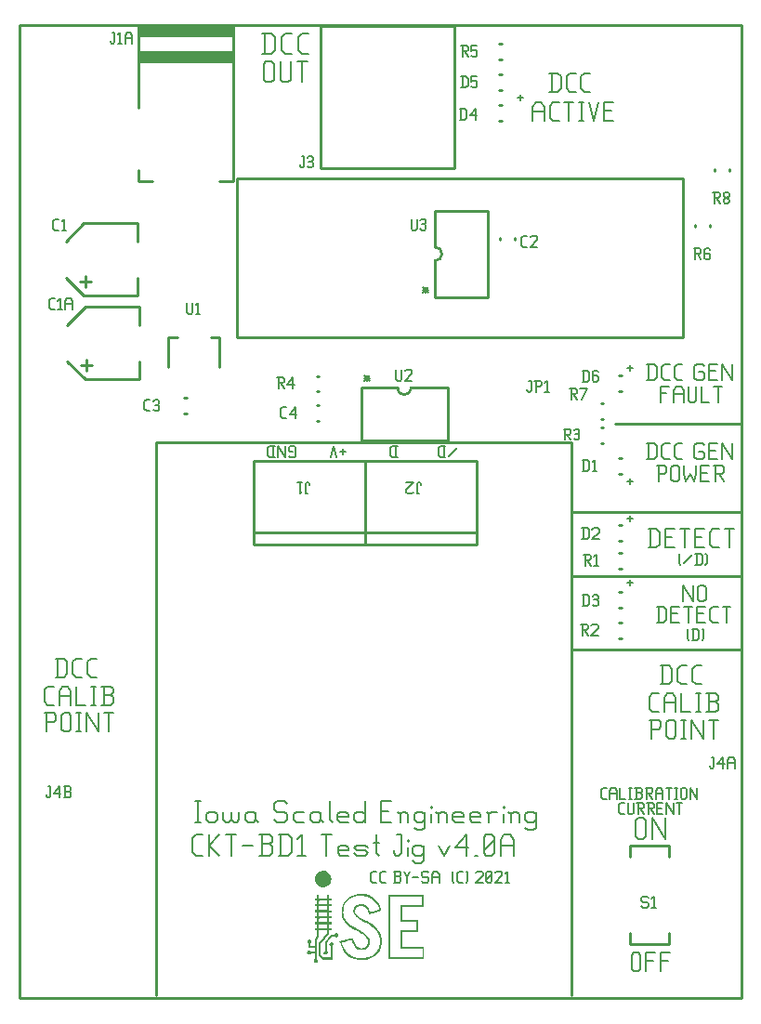
<source format=gbr>
G04 start of page 9 for group -4079 idx -4079 *
G04 Title: (unknown), topsilk *
G04 Creator: pcb 4.0.2 *
G04 CreationDate: Mon Nov 22 04:13:10 2021 UTC *
G04 For: ndholmes *
G04 Format: Gerber/RS-274X *
G04 PCB-Dimensions (mil): 2600.00 3500.00 *
G04 PCB-Coordinate-Origin: lower left *
%MOIN*%
%FSLAX25Y25*%
%LNTOPSILK*%
%ADD81C,0.0093*%
%ADD80C,0.0094*%
%ADD79C,0.0080*%
%ADD78C,0.0100*%
%ADD77C,0.0001*%
G54D77*G36*
X106543Y13209D02*X106147Y13480D01*
X106011Y13925D01*
X106065Y14240D01*
X106261Y14490D01*
X106391Y14604D01*
Y16486D01*
X105718D01*
X105241Y16481D01*
X105045Y16464D01*
X104953Y16340D01*
X104600Y16117D01*
X104172D01*
X103873Y16307D01*
X103689Y16600D01*
X103662Y16931D01*
X103770Y17224D01*
X103987Y17446D01*
X104302Y17566D01*
X104682Y17512D01*
X104991Y17273D01*
X105056Y17175D01*
X105724D01*
X106391Y17170D01*
Y18667D01*
X104058D01*
Y19400D01*
X104053Y20127D01*
X103955Y20197D01*
X103787Y20376D01*
X103678Y20593D01*
X103689Y21027D01*
X103873Y21315D01*
X104161Y21494D01*
X104497Y21526D01*
X104790Y21423D01*
X105013Y21201D01*
X105132Y20881D01*
X105078Y20506D01*
X104839Y20197D01*
X104742Y20127D01*
Y19351D01*
X106391D01*
Y21656D01*
X106857Y22248D01*
X107329Y22839D01*
Y24906D01*
X106418D01*
Y25693D01*
X110802D01*
Y27066D01*
X107986D01*
Y25693D01*
X107329D01*
Y27066D01*
X106418D01*
Y27825D01*
X107319D01*
Y29192D01*
X108002Y29219D01*
X107997Y28557D01*
X107991Y28086D01*
X108002Y27868D01*
X108067Y27858D01*
X108290Y27847D01*
X108724Y27841D01*
X109407Y27836D01*
X110802D01*
Y29219D01*
X108002D01*
X107319Y29192D01*
X106418D01*
Y29952D01*
X107329D01*
X107986Y29979D01*
X110802D01*
Y31352D01*
X107986D01*
Y29979D01*
X107329Y29952D01*
Y31324D01*
X106418D01*
Y32084D01*
X107319D01*
X107329Y33462D01*
X107986Y33505D01*
Y32827D01*
X107991Y32344D01*
X108008Y32127D01*
X108420Y32117D01*
X109407Y32111D01*
X110791D01*
X110796Y32800D01*
Y32816D01*
X110807Y33505D01*
X107986D01*
X107329Y33462D01*
X106418D01*
Y34222D01*
X107319D01*
Y35594D01*
X108002Y35648D01*
X107997Y34992D01*
X107991Y34515D01*
X108002Y34297D01*
X108067Y34287D01*
X108290Y34276D01*
X108724Y34270D01*
X109407Y34265D01*
X110807D01*
X110796Y34959D01*
X110791Y35648D01*
X108002D01*
X107319Y35594D01*
X106418D01*
Y36354D01*
X107329D01*
Y37596D01*
X107986D01*
Y36354D01*
X110802D01*
Y37596D01*
X111491D01*
Y36354D01*
X112402D01*
Y35594D01*
X111491D01*
Y34194D01*
X112402D01*
Y33435D01*
X111491D01*
Y32041D01*
X112402D01*
Y31281D01*
X111491D01*
Y29908D01*
X112402D01*
Y29149D01*
X111491D01*
Y27755D01*
X112402D01*
Y26995D01*
X111491D01*
Y25622D01*
X112402D01*
Y24836D01*
X111491D01*
X111485Y24250D01*
Y23658D01*
X110069Y21868D01*
X108648Y20083D01*
Y16074D01*
X109624Y15097D01*
X112044D01*
Y17219D01*
X112039Y18043D01*
Y18716D01*
X112033Y19172D01*
X112028Y19334D01*
X111903Y19427D01*
X111659Y19893D01*
X111794Y20409D01*
X112370Y20718D01*
X112972Y20447D01*
X113129Y19882D01*
X112831Y19372D01*
X112733Y19302D01*
Y14414D01*
X109342D01*
X107986Y15770D01*
Y20344D01*
X109396Y22123D01*
X110802Y23903D01*
Y24841D01*
X107986D01*
Y22503D01*
X107074Y21353D01*
Y14522D01*
X107140Y14490D01*
X107319Y14321D01*
X107449Y14088D01*
X107416Y13573D01*
X107069Y13193D01*
X106803Y13133D01*
X106543Y13144D01*
Y13209D01*
G37*
G36*
X122385Y14229D02*X120567Y14571D01*
X118983Y15293D01*
X117876Y16171D01*
X116932Y17278D01*
X116070Y18841D01*
X115424Y20696D01*
X115326Y21065D01*
X117746Y21581D01*
X118679Y21781D01*
X119455Y21944D01*
X119981Y22047D01*
X120182Y22080D01*
X120236Y21868D01*
X120285Y21618D01*
X120367Y21282D01*
X120730Y20257D01*
X121245Y19432D01*
X121891Y18824D01*
X122662Y18461D01*
X122900Y18418D01*
X123296Y18401D01*
X123687Y18418D01*
X123942Y18461D01*
X124962Y19047D01*
X125521Y20083D01*
X125575Y20712D01*
X125521Y21309D01*
X126123Y21483D01*
X126161Y20067D01*
X125803Y19117D01*
X125173Y18385D01*
X124316Y17924D01*
X123280Y17756D01*
X121951Y18059D01*
X120882Y18884D01*
X120090Y20127D01*
X119889Y20653D01*
X119743Y21157D01*
X119694Y21326D01*
X119645Y21342D01*
X119493Y21315D01*
X119135Y21239D01*
X118609Y21125D01*
X117979Y20989D01*
X116829Y20745D01*
X116292Y20626D01*
X116129Y20577D01*
Y20544D01*
X116178Y20360D01*
X116303Y19991D01*
X116449Y19584D01*
X116574Y19258D01*
X117572Y17479D01*
X118858Y16150D01*
X120432Y15282D01*
X122303Y14864D01*
X122699Y14853D01*
X123247D01*
X123795Y14869D01*
X124218Y14902D01*
X125548Y15157D01*
X126709Y15591D01*
X127609Y16123D01*
X128363Y16779D01*
X128966Y17560D01*
X129432Y18466D01*
X129660Y19161D01*
X129817Y19947D01*
X129866Y20902D01*
X129817Y21836D01*
X129590Y22823D01*
X129232Y23713D01*
X128711Y24532D01*
X128027Y25313D01*
X127327Y25959D01*
X126519Y26556D01*
X125445Y27217D01*
X123953Y28047D01*
X122808Y28682D01*
X122016Y29160D01*
X121463Y29561D01*
X121034Y29963D01*
X120486Y30749D01*
X120318Y31617D01*
X120464Y32659D01*
X120898Y33473D01*
X121603Y34037D01*
X122558Y34319D01*
X123139Y34336D01*
X123714Y34270D01*
X124484Y33977D01*
X125152Y33451D01*
X125727Y32686D01*
X126221Y31666D01*
X126307Y31466D01*
X126367Y31422D01*
X126530Y31471D01*
X126909Y31574D01*
X127419Y31726D01*
X128005Y31894D01*
X128581Y32062D01*
X129080Y32214D01*
X129438Y32317D01*
X129579Y32361D01*
X129552Y32485D01*
X129465Y32762D01*
X129340Y33104D01*
X129221Y33419D01*
X128543Y34634D01*
X127653Y35638D01*
X126579Y36413D01*
X125325Y36940D01*
X123568Y37243D01*
X121647Y37157D01*
X119900Y36696D01*
X118500Y35860D01*
X117800Y35133D01*
X117258Y34249D01*
X116889Y33223D01*
X116688Y32073D01*
X116661Y31297D01*
X116699Y30587D01*
X116938Y29605D01*
X117377Y28699D01*
X118017Y27858D01*
X118880Y27066D01*
X119422Y26659D01*
X120052Y26246D01*
X120855Y25769D01*
X121940Y25161D01*
X122667Y24760D01*
X123209Y24451D01*
X123633Y24196D01*
X124007Y23957D01*
X125439Y22747D01*
X126123Y21483D01*
X125521Y21309D01*
X124924Y22378D01*
X123665Y23425D01*
X123302Y23658D01*
X122895Y23903D01*
X122379Y24196D01*
X121685Y24575D01*
X120307Y25351D01*
X119292Y25980D01*
X118517Y26545D01*
X117860Y27125D01*
X117111Y27966D01*
X116574Y28850D01*
X116156Y30033D01*
X116026Y31346D01*
X116118Y32632D01*
X116411Y33831D01*
X117171Y35355D01*
X118332Y36538D01*
X119862Y37363D01*
X121734Y37802D01*
X123193Y37884D01*
X124577Y37759D01*
X125852Y37433D01*
X126991Y36907D01*
X128130Y36061D01*
X129069Y34976D01*
X129796Y33674D01*
X130289Y32171D01*
X130349Y31916D01*
X128147Y31276D01*
X127284Y31032D01*
X126579Y30831D01*
X126101Y30701D01*
X125922Y30657D01*
X125846Y30858D01*
X125618Y31460D01*
X125358Y32035D01*
X124598Y33104D01*
X123649Y33636D01*
X123014Y33701D01*
X122363Y33652D01*
X121506Y33180D01*
X121169Y32719D01*
X120985Y32122D01*
X120947Y31639D01*
X120985Y31227D01*
X121332Y30576D01*
X122059Y29908D01*
X122412Y29664D01*
X122851Y29388D01*
X123426Y29062D01*
X124197Y28639D01*
X125065Y28167D01*
X125748Y27782D01*
X126307Y27451D01*
X126785Y27142D01*
X128011Y26214D01*
X128977Y25226D01*
X129704Y24174D01*
X130192Y23034D01*
X130468Y21662D01*
X130474Y20230D01*
X130219Y18830D01*
X129709Y17566D01*
X128912Y16448D01*
X127870Y15537D01*
X126600Y14859D01*
X125135Y14414D01*
X123757Y14240D01*
X122385Y14235D01*
Y14229D01*
G37*
G36*
X132970Y26035D02*X133610Y26040D01*
X133604Y15141D01*
X145030D01*
Y18298D01*
X137256D01*
Y24819D01*
X142941D01*
Y27988D01*
X137256D01*
Y33771D01*
X144716D01*
Y36940D01*
X133621D01*
X133610Y26040D01*
X132970Y26035D01*
Y37564D01*
X145350D01*
Y33153D01*
X137890D01*
Y28633D01*
X143571D01*
Y24223D01*
X137907D01*
X137896Y21591D01*
X137890Y18960D01*
X145654D01*
Y14522D01*
X132970D01*
Y26035D01*
G37*
G36*
X110107Y16123D02*X109825Y16312D01*
X109646Y16600D01*
X109641Y17034D01*
X109868Y17387D01*
X109999Y17479D01*
X110010Y17940D01*
X110015Y19052D01*
Y20626D01*
X111111Y22004D01*
X112201Y23387D01*
X113531D01*
X113617Y23507D01*
X113845Y23702D01*
X113997Y23767D01*
X114203Y23778D01*
X114404Y23772D01*
X114556Y23702D01*
X114778Y23512D01*
X114914Y23268D01*
X114930Y22986D01*
X114865Y22714D01*
X114589Y22427D01*
X114203Y22313D01*
X113645Y22562D01*
X113520Y22698D01*
X112532D01*
X111615Y21543D01*
X110704Y20387D01*
Y17490D01*
X110807Y17419D01*
X111067Y17023D01*
X111035Y16524D01*
X110650Y16150D01*
X110107Y16117D01*
Y16123D01*
G37*
G36*
X108941Y40282D02*X108056Y40569D01*
X107291Y41128D01*
X106743Y41860D01*
X106456Y42723D01*
X106418Y43363D01*
X106499Y43982D01*
X106809Y44747D01*
X107329Y45398D01*
X108176Y45973D01*
X109147Y46216D01*
X110156Y46129D01*
X111100Y45702D01*
X111653Y45197D01*
X112077Y44579D01*
X112310Y43895D01*
X112380Y43168D01*
X112272Y42441D01*
X112006Y41768D01*
X111599Y41220D01*
X111084Y40775D01*
X110482Y40455D01*
X109831Y40282D01*
X109380Y40260D01*
X108941Y40282D01*
G37*
G54D78*X198500Y152000D02*X259500D01*
X198500Y125500D02*X259500D01*
Y500D02*Y348000D01*
X198500Y200000D02*Y21000D01*
X500Y349500D02*X259500D01*
Y346000D01*
X198500Y175000D02*X259500D01*
X214000Y206500D02*X259500D01*
X49500Y200000D02*X198500D01*
X500Y349500D02*Y500D01*
X259500D01*
X198500Y22500D02*Y1500D01*
X49500Y23000D02*Y1500D01*
Y200000D02*Y21000D01*
G54D79*X229720Y141060D02*Y135300D01*
X231592Y141060D02*X232600Y140052D01*
Y136308D01*
X231592Y135300D02*X232600Y136308D01*
X229000Y135300D02*X231592D01*
X229000Y141060D02*X231592D01*
X234328Y138468D02*X236488D01*
X234328Y135300D02*X237208D01*
X234328Y141060D02*Y135300D01*
Y141060D02*X237208D01*
X238936D02*X241816D01*
X240376D02*Y135300D01*
X243544Y138468D02*X245704D01*
X243544Y135300D02*X246424D01*
X243544Y141060D02*Y135300D01*
Y141060D02*X246424D01*
X249160Y135300D02*X251032D01*
X248152Y136308D02*X249160Y135300D01*
X248152Y140052D02*Y136308D01*
Y140052D02*X249160Y141060D01*
X251032D01*
X252760D02*X255640D01*
X254200D02*Y135300D01*
X14330Y122340D02*Y115700D01*
X16488Y122340D02*X17650Y121178D01*
Y116862D01*
X16488Y115700D02*X17650Y116862D01*
X13500Y115700D02*X16488D01*
X13500Y122340D02*X16488D01*
X20804Y115700D02*X22962D01*
X19642Y116862D02*X20804Y115700D01*
X19642Y121178D02*Y116862D01*
Y121178D02*X20804Y122340D01*
X22962D01*
X26116Y115700D02*X28274D01*
X24954Y116862D02*X26116Y115700D01*
X24954Y121178D02*Y116862D01*
Y121178D02*X26116Y122340D01*
X28274D01*
X10662Y105700D02*X12820D01*
X9500Y106862D02*X10662Y105700D01*
X9500Y111178D02*Y106862D01*
Y111178D02*X10662Y112340D01*
X12820D01*
X14812Y110680D02*Y105700D01*
Y110680D02*X15974Y112340D01*
X17800D01*
X18962Y110680D01*
Y105700D01*
X14812Y109020D02*X18962D01*
X20954Y112340D02*Y105700D01*
X24274D01*
X26266Y112340D02*X27926D01*
X27096D02*Y105700D01*
X26266D02*X27926D01*
X29918D02*X33238D01*
X34068Y106530D01*
Y108522D02*Y106530D01*
X33238Y109352D02*X34068Y108522D01*
X30748Y109352D02*X33238D01*
X30748Y112340D02*Y105700D01*
X29918Y112340D02*X33238D01*
X34068Y111510D01*
Y110182D01*
X33238Y109352D02*X34068Y110182D01*
X10330Y102840D02*Y96200D01*
X9500Y102840D02*X12820D01*
X13650Y102010D01*
Y100350D01*
X12820Y99520D02*X13650Y100350D01*
X10330Y99520D02*X12820D01*
X15642Y102010D02*Y97030D01*
Y102010D02*X16472Y102840D01*
X18132D01*
X18962Y102010D01*
Y97030D01*
X18132Y96200D02*X18962Y97030D01*
X16472Y96200D02*X18132D01*
X15642Y97030D02*X16472Y96200D01*
X20954Y102840D02*X22614D01*
X21784D02*Y96200D01*
X20954D02*X22614D01*
X24606Y102840D02*Y96200D01*
Y102840D02*X28756Y96200D01*
Y102840D02*Y96200D01*
X30748Y102840D02*X34068D01*
X32408D02*Y96200D01*
X240000Y129500D02*X240500Y129000D01*
X240000Y132500D02*X240500Y133000D01*
X240000Y132500D02*Y129500D01*
X242200Y133000D02*Y129000D01*
X243500Y133000D02*X244200Y132300D01*
Y129700D01*
X243500Y129000D02*X244200Y129700D01*
X241700Y129000D02*X243500D01*
X241700Y133000D02*X243500D01*
X245400D02*X245900Y132500D01*
Y129500D01*
X245400Y129000D02*X245900Y129500D01*
X231330Y119840D02*Y113200D01*
X233488Y119840D02*X234650Y118678D01*
Y114362D01*
X233488Y113200D02*X234650Y114362D01*
X230500Y113200D02*X233488D01*
X230500Y119840D02*X233488D01*
X237804Y113200D02*X239962D01*
X236642Y114362D02*X237804Y113200D01*
X236642Y118678D02*Y114362D01*
Y118678D02*X237804Y119840D01*
X239962D01*
X243116Y113200D02*X245274D01*
X241954Y114362D02*X243116Y113200D01*
X241954Y118678D02*Y114362D01*
Y118678D02*X243116Y119840D01*
X245274D01*
X227662Y103200D02*X229820D01*
X226500Y104362D02*X227662Y103200D01*
X226500Y108678D02*Y104362D01*
Y108678D02*X227662Y109840D01*
X229820D01*
X231812Y108180D02*Y103200D01*
Y108180D02*X232974Y109840D01*
X234800D01*
X235962Y108180D01*
Y103200D01*
X231812Y106520D02*X235962D01*
X237954Y109840D02*Y103200D01*
X241274D01*
X243266Y109840D02*X244926D01*
X244096D02*Y103200D01*
X243266D02*X244926D01*
X246918D02*X250238D01*
X251068Y104030D01*
Y106022D02*Y104030D01*
X250238Y106852D02*X251068Y106022D01*
X247748Y106852D02*X250238D01*
X247748Y109840D02*Y103200D01*
X246918Y109840D02*X250238D01*
X251068Y109010D01*
Y107682D01*
X250238Y106852D02*X251068Y107682D01*
X227330Y100340D02*Y93700D01*
X226500Y100340D02*X229820D01*
X230650Y99510D01*
Y97850D01*
X229820Y97020D02*X230650Y97850D01*
X227330Y97020D02*X229820D01*
X232642Y99510D02*Y94530D01*
Y99510D02*X233472Y100340D01*
X235132D01*
X235962Y99510D01*
Y94530D01*
X235132Y93700D02*X235962Y94530D01*
X233472Y93700D02*X235132D01*
X232642Y94530D02*X233472Y93700D01*
X237954Y100340D02*X239614D01*
X238784D02*Y93700D01*
X237954D02*X239614D01*
X241606Y100340D02*Y93700D01*
Y100340D02*X245756Y93700D01*
Y100340D02*Y93700D01*
X247748Y100340D02*X251068D01*
X249408D02*Y93700D01*
X221500Y64180D02*Y58540D01*
Y64180D02*X222440Y65120D01*
X224320D01*
X225260Y64180D01*
Y58540D01*
X224320Y57600D02*X225260Y58540D01*
X222440Y57600D02*X224320D01*
X221500Y58540D02*X222440Y57600D01*
X227516Y65120D02*Y57600D01*
Y65120D02*X232216Y57600D01*
Y65120D02*Y57600D01*
X63500Y71120D02*X65380D01*
X64440D02*Y63600D01*
X63500D02*X65380D01*
X67636Y66420D02*Y64540D01*
Y66420D02*X68576Y67360D01*
X70456D01*
X71396Y66420D01*
Y64540D01*
X70456Y63600D02*X71396Y64540D01*
X68576Y63600D02*X70456D01*
X67636Y64540D02*X68576Y63600D01*
X73652Y67360D02*Y64540D01*
X74592Y63600D01*
X75532D01*
X76472Y64540D01*
Y67360D02*Y64540D01*
X77412Y63600D01*
X78352D01*
X79292Y64540D01*
Y67360D02*Y64540D01*
X84368Y67360D02*X85308Y66420D01*
X82488Y67360D02*X84368D01*
X81548Y66420D02*X82488Y67360D01*
X81548Y66420D02*Y64540D01*
X82488Y63600D01*
X85308Y67360D02*Y64540D01*
X86248Y63600D01*
X82488D02*X84368D01*
X85308Y64540D01*
X95648Y71120D02*X96588Y70180D01*
X92828Y71120D02*X95648D01*
X91888Y70180D02*X92828Y71120D01*
X91888Y70180D02*Y68300D01*
X92828Y67360D01*
X95648D01*
X96588Y66420D01*
Y64540D01*
X95648Y63600D02*X96588Y64540D01*
X92828Y63600D02*X95648D01*
X91888Y64540D02*X92828Y63600D01*
X99784Y67360D02*X102604D01*
X98844Y66420D02*X99784Y67360D01*
X98844Y66420D02*Y64540D01*
X99784Y63600D01*
X102604D01*
X107680Y67360D02*X108620Y66420D01*
X105800Y67360D02*X107680D01*
X104860Y66420D02*X105800Y67360D01*
X104860Y66420D02*Y64540D01*
X105800Y63600D01*
X108620Y67360D02*Y64540D01*
X109560Y63600D01*
X105800D02*X107680D01*
X108620Y64540D01*
X111816Y71120D02*Y64540D01*
X112756Y63600D01*
X115576D02*X118396D01*
X114636Y64540D02*X115576Y63600D01*
X114636Y66420D02*Y64540D01*
Y66420D02*X115576Y67360D01*
X117456D01*
X118396Y66420D01*
X114636Y65480D02*X118396D01*
Y66420D02*Y65480D01*
X124412Y71120D02*Y63600D01*
X123472D02*X124412Y64540D01*
X121592Y63600D02*X123472D01*
X120652Y64540D02*X121592Y63600D01*
X120652Y66420D02*Y64540D01*
Y66420D02*X121592Y67360D01*
X123472D01*
X124412Y66420D01*
X130052Y67736D02*X132872D01*
X130052Y63600D02*X133812D01*
X130052Y71120D02*Y63600D01*
Y71120D02*X133812D01*
X137008Y66420D02*Y63600D01*
Y66420D02*X137948Y67360D01*
X138888D01*
X139828Y66420D01*
Y63600D01*
X136068Y67360D02*X137008Y66420D01*
X144904Y67360D02*X145844Y66420D01*
X143024Y67360D02*X144904D01*
X142084Y66420D02*X143024Y67360D01*
X142084Y66420D02*Y64540D01*
X143024Y63600D01*
X144904D01*
X145844Y64540D01*
X142084Y61720D02*X143024Y60780D01*
X144904D01*
X145844Y61720D01*
Y67360D02*Y61720D01*
G54D80*X148100Y69240D02*Y69052D01*
G54D79*Y66420D02*Y63600D01*
X150920Y66420D02*Y63600D01*
Y66420D02*X151860Y67360D01*
X152800D01*
X153740Y66420D01*
Y63600D01*
X149980Y67360D02*X150920Y66420D01*
X156936Y63600D02*X159756D01*
X155996Y64540D02*X156936Y63600D01*
X155996Y66420D02*Y64540D01*
Y66420D02*X156936Y67360D01*
X158816D01*
X159756Y66420D01*
X155996Y65480D02*X159756D01*
Y66420D02*Y65480D01*
X162952Y63600D02*X165772D01*
X162012Y64540D02*X162952Y63600D01*
X162012Y66420D02*Y64540D01*
Y66420D02*X162952Y67360D01*
X164832D01*
X165772Y66420D01*
X162012Y65480D02*X165772D01*
Y66420D02*Y65480D01*
X168968Y66420D02*Y63600D01*
Y66420D02*X169908Y67360D01*
X171788D01*
X168028D02*X168968Y66420D01*
G54D80*X174044Y69240D02*Y69052D01*
G54D79*Y66420D02*Y63600D01*
X176864Y66420D02*Y63600D01*
Y66420D02*X177804Y67360D01*
X178744D01*
X179684Y66420D01*
Y63600D01*
X175924Y67360D02*X176864Y66420D01*
X184760Y67360D02*X185700Y66420D01*
X182880Y67360D02*X184760D01*
X181940Y66420D02*X182880Y67360D01*
X181940Y66420D02*Y64540D01*
X182880Y63600D01*
X184760D01*
X185700Y64540D01*
X181940Y61720D02*X182880Y60780D01*
X184760D01*
X185700Y61720D01*
Y67360D02*Y61720D01*
X127200Y42000D02*X128500D01*
X126500Y42700D02*X127200Y42000D01*
X126500Y45300D02*Y42700D01*
Y45300D02*X127200Y46000D01*
X128500D01*
X130400Y42000D02*X131700D01*
X129700Y42700D02*X130400Y42000D01*
X129700Y45300D02*Y42700D01*
Y45300D02*X130400Y46000D01*
X131700D01*
X134700Y42000D02*X136700D01*
X137200Y42500D01*
Y43700D02*Y42500D01*
X136700Y44200D02*X137200Y43700D01*
X135200Y44200D02*X136700D01*
X135200Y46000D02*Y42000D01*
X134700Y46000D02*X136700D01*
X137200Y45500D01*
Y44700D01*
X136700Y44200D02*X137200Y44700D01*
X138400Y46000D02*X139400Y44000D01*
X140400Y46000D01*
X139400Y44000D02*Y42000D01*
X141600Y44000D02*X143600D01*
X146800Y46000D02*X147300Y45500D01*
X145300Y46000D02*X146800D01*
X144800Y45500D02*X145300Y46000D01*
X144800Y45500D02*Y44500D01*
X145300Y44000D01*
X146800D01*
X147300Y43500D01*
Y42500D01*
X146800Y42000D02*X147300Y42500D01*
X145300Y42000D02*X146800D01*
X144800Y42500D02*X145300Y42000D01*
X148500Y45000D02*Y42000D01*
Y45000D02*X149200Y46000D01*
X150300D01*
X151000Y45000D01*
Y42000D01*
X148500Y44000D02*X151000D01*
X155800Y42500D02*X156300Y42000D01*
X155800Y45500D02*X156300Y46000D01*
X155800Y45500D02*Y42500D01*
X158200Y42000D02*X159500D01*
X157500Y42700D02*X158200Y42000D01*
X157500Y45300D02*Y42700D01*
Y45300D02*X158200Y46000D01*
X159500D01*
X160700D02*X161200Y45500D01*
Y42500D01*
X160700Y42000D02*X161200Y42500D01*
X164200Y45500D02*X164700Y46000D01*
X166200D01*
X166700Y45500D01*
Y44500D01*
X164200Y42000D02*X166700Y44500D01*
X164200Y42000D02*X166700D01*
X167900Y42500D02*X168400Y42000D01*
X167900Y45500D02*Y42500D01*
Y45500D02*X168400Y46000D01*
X169400D01*
X169900Y45500D01*
Y42500D01*
X169400Y42000D02*X169900Y42500D01*
X168400Y42000D02*X169400D01*
X167900Y43000D02*X169900Y45000D01*
X171100Y45500D02*X171600Y46000D01*
X173100D01*
X173600Y45500D01*
Y44500D01*
X171100Y42000D02*X173600Y44500D01*
X171100Y42000D02*X173600D01*
X174800Y45200D02*X175600Y46000D01*
Y42000D01*
X174800D02*X176300D01*
X63809Y51650D02*X66240D01*
X62500Y52959D02*X63809Y51650D01*
X62500Y57821D02*Y52959D01*
Y57821D02*X63809Y59130D01*
X66240D01*
X68484D02*Y51650D01*
Y55390D02*X72224Y59130D01*
X68484Y55390D02*X72224Y51650D01*
X74468Y59130D02*X78208D01*
X76338D02*Y51650D01*
X80452Y55390D02*X84192D01*
X86436Y51650D02*X90176D01*
X91111Y52585D01*
Y54829D02*Y52585D01*
X90176Y55764D02*X91111Y54829D01*
X87371Y55764D02*X90176D01*
X87371Y59130D02*Y51650D01*
X86436Y59130D02*X90176D01*
X91111Y58195D01*
Y56699D01*
X90176Y55764D02*X91111Y56699D01*
X94290Y59130D02*Y51650D01*
X96721Y59130D02*X98030Y57821D01*
Y52959D01*
X96721Y51650D02*X98030Y52959D01*
X93355Y51650D02*X96721D01*
X93355Y59130D02*X96721D01*
X100274Y57634D02*X101770Y59130D01*
Y51650D01*
X100274D02*X103079D01*
X108689Y59130D02*X112429D01*
X110559D02*Y51650D01*
X115608D02*X118413D01*
X114673Y52585D02*X115608Y51650D01*
X114673Y54455D02*Y52585D01*
Y54455D02*X115608Y55390D01*
X117478D01*
X118413Y54455D01*
X114673Y53520D02*X118413D01*
Y54455D02*Y53520D01*
X121592Y51650D02*X124397D01*
X125332Y52585D01*
X124397Y53520D02*X125332Y52585D01*
X121592Y53520D02*X124397D01*
X120657Y54455D02*X121592Y53520D01*
X120657Y54455D02*X121592Y55390D01*
X124397D01*
X125332Y54455D01*
X120657Y52585D02*X121592Y51650D01*
X128511Y59130D02*Y52585D01*
X129446Y51650D01*
X127576Y56325D02*X129446D01*
X135991Y59130D02*X137487D01*
Y52585D01*
X136552Y51650D02*X137487Y52585D01*
X135617Y51650D02*X136552D01*
X134682Y52585D02*X135617Y51650D01*
X134682Y53520D02*Y52585D01*
G54D81*X139731Y57260D02*Y57073D01*
G54D79*Y54455D02*Y51650D01*
X144406Y55390D02*X145341Y54455D01*
X142536Y55390D02*X144406D01*
X141601Y54455D02*X142536Y55390D01*
X141601Y54455D02*Y52585D01*
X142536Y51650D01*
X144406D01*
X145341Y52585D01*
X141601Y49780D02*X142536Y48845D01*
X144406D01*
X145341Y49780D01*
Y55390D02*Y49780D01*
X150951Y55390D02*X152821Y51650D01*
X154691Y55390D02*X152821Y51650D01*
X156935Y54455D02*X160675Y59130D01*
X156935Y54455D02*X161610D01*
X160675Y59130D02*Y51650D01*
X163854D02*X164789D01*
X167033Y52585D02*X167968Y51650D01*
X167033Y58195D02*Y52585D01*
Y58195D02*X167968Y59130D01*
X169838D01*
X170773Y58195D01*
Y52585D01*
X169838Y51650D02*X170773Y52585D01*
X167968Y51650D02*X169838D01*
X167033Y53520D02*X170773Y57260D01*
X173017D02*Y51650D01*
Y57260D02*X174326Y59130D01*
X176383D01*
X177692Y57260D01*
Y51650D01*
X173017Y55390D02*X177692D01*
X220000Y16010D02*Y11030D01*
Y16010D02*X220830Y16840D01*
X222490D01*
X223320Y16010D01*
Y11030D01*
X222490Y10200D02*X223320Y11030D01*
X220830Y10200D02*X222490D01*
X220000Y11030D02*X220830Y10200D01*
X225312Y16840D02*Y10200D01*
Y16840D02*X228632D01*
X225312Y13852D02*X227802D01*
X230624Y16840D02*Y10200D01*
Y16840D02*X233944D01*
X230624Y13852D02*X233114D01*
X209700Y72000D02*X211000D01*
X209000Y72700D02*X209700Y72000D01*
X209000Y75300D02*Y72700D01*
Y75300D02*X209700Y76000D01*
X211000D01*
X212200Y75000D02*Y72000D01*
Y75000D02*X212900Y76000D01*
X214000D01*
X214700Y75000D01*
Y72000D01*
X212200Y74000D02*X214700D01*
X215900Y76000D02*Y72000D01*
X217900D01*
X219100Y76000D02*X220100D01*
X219600D02*Y72000D01*
X219100D02*X220100D01*
X221300D02*X223300D01*
X223800Y72500D01*
Y73700D02*Y72500D01*
X223300Y74200D02*X223800Y73700D01*
X221800Y74200D02*X223300D01*
X221800Y76000D02*Y72000D01*
X221300Y76000D02*X223300D01*
X223800Y75500D01*
Y74700D01*
X223300Y74200D02*X223800Y74700D01*
X225000Y76000D02*X227000D01*
X227500Y75500D01*
Y74500D01*
X227000Y74000D02*X227500Y74500D01*
X225500Y74000D02*X227000D01*
X225500Y76000D02*Y72000D01*
X226300Y74000D02*X227500Y72000D01*
X228700Y75000D02*Y72000D01*
Y75000D02*X229400Y76000D01*
X230500D01*
X231200Y75000D01*
Y72000D01*
X228700Y74000D02*X231200D01*
X232400Y76000D02*X234400D01*
X233400D02*Y72000D01*
X235600Y76000D02*X236600D01*
X236100D02*Y72000D01*
X235600D02*X236600D01*
X237800Y75500D02*Y72500D01*
Y75500D02*X238300Y76000D01*
X239300D01*
X239800Y75500D01*
Y72500D01*
X239300Y72000D02*X239800Y72500D01*
X238300Y72000D02*X239300D01*
X237800Y72500D02*X238300Y72000D01*
X241000Y76000D02*Y72000D01*
Y76000D02*X243500Y72000D01*
Y76000D02*Y72000D01*
X216200Y66500D02*X217500D01*
X215500Y67200D02*X216200Y66500D01*
X215500Y69800D02*Y67200D01*
Y69800D02*X216200Y70500D01*
X217500D01*
X218700D02*Y67000D01*
X219200Y66500D01*
X220200D01*
X220700Y67000D01*
Y70500D02*Y67000D01*
X221900Y70500D02*X223900D01*
X224400Y70000D01*
Y69000D01*
X223900Y68500D02*X224400Y69000D01*
X222400Y68500D02*X223900D01*
X222400Y70500D02*Y66500D01*
X223200Y68500D02*X224400Y66500D01*
X225600Y70500D02*X227600D01*
X228100Y70000D01*
Y69000D01*
X227600Y68500D02*X228100Y69000D01*
X226100Y68500D02*X227600D01*
X226100Y70500D02*Y66500D01*
X226900Y68500D02*X228100Y66500D01*
X229300Y68700D02*X230800D01*
X229300Y66500D02*X231300D01*
X229300Y70500D02*Y66500D01*
Y70500D02*X231300D01*
X232500D02*Y66500D01*
Y70500D02*X235000Y66500D01*
Y70500D02*Y66500D01*
X236200Y70500D02*X238200D01*
X237200D02*Y66500D01*
X219586Y150500D02*Y148500D01*
X218586Y149500D02*X220586D01*
X237000Y156500D02*X237500Y156000D01*
X237000Y159500D02*X237500Y160000D01*
X237000Y159500D02*Y156500D01*
X238700D02*X241700Y159500D01*
X243400Y160000D02*Y156000D01*
X244700Y160000D02*X245400Y159300D01*
Y156700D01*
X244700Y156000D02*X245400Y156700D01*
X242900Y156000D02*X244700D01*
X242900Y160000D02*X244700D01*
X246600D02*X247100Y159500D01*
Y156500D01*
X246600Y156000D02*X247100Y156500D01*
X219586Y173600D02*Y171600D01*
X218586Y172600D02*X220586D01*
X226830Y168840D02*Y162200D01*
X228988Y168840D02*X230150Y167678D01*
Y163362D01*
X228988Y162200D02*X230150Y163362D01*
X226000Y162200D02*X228988D01*
X226000Y168840D02*X228988D01*
X232142Y165852D02*X234632D01*
X232142Y162200D02*X235462D01*
X232142Y168840D02*Y162200D01*
Y168840D02*X235462D01*
X237454D02*X240774D01*
X239114D02*Y162200D01*
X242766Y165852D02*X245256D01*
X242766Y162200D02*X246086D01*
X242766Y168840D02*Y162200D01*
Y168840D02*X246086D01*
X249240Y162200D02*X251398D01*
X248078Y163362D02*X249240Y162200D01*
X248078Y167678D02*Y163362D01*
Y167678D02*X249240Y168840D01*
X251398D01*
X253390D02*X256710D01*
X255050D02*Y162200D01*
X238500Y148560D02*Y142800D01*
Y148560D02*X242100Y142800D01*
Y148560D02*Y142800D01*
X243828Y147840D02*Y143520D01*
Y147840D02*X244548Y148560D01*
X245988D01*
X246708Y147840D01*
Y143520D01*
X245988Y142800D02*X246708Y143520D01*
X244548Y142800D02*X245988D01*
X243828Y143520D02*X244548Y142800D01*
X226220Y228060D02*Y222300D01*
X228092Y228060D02*X229100Y227052D01*
Y223308D01*
X228092Y222300D02*X229100Y223308D01*
X225500Y222300D02*X228092D01*
X225500Y228060D02*X228092D01*
X231836Y222300D02*X233708D01*
X230828Y223308D02*X231836Y222300D01*
X230828Y227052D02*Y223308D01*
Y227052D02*X231836Y228060D01*
X233708D01*
X236444Y222300D02*X238316D01*
X235436Y223308D02*X236444Y222300D01*
X235436Y227052D02*Y223308D01*
Y227052D02*X236444Y228060D01*
X238316D01*
X245516D02*X246236Y227340D01*
X243356Y228060D02*X245516D01*
X242636Y227340D02*X243356Y228060D01*
X242636Y227340D02*Y223020D01*
X243356Y222300D01*
X245516D01*
X246236Y223020D01*
Y224460D02*Y223020D01*
X245516Y225180D02*X246236Y224460D01*
X244076Y225180D02*X245516D01*
X247964Y225468D02*X250124D01*
X247964Y222300D02*X250844D01*
X247964Y228060D02*Y222300D01*
Y228060D02*X250844D01*
X252572D02*Y222300D01*
Y228060D02*X256172Y222300D01*
Y228060D02*Y222300D01*
X230500Y220060D02*Y214300D01*
Y220060D02*X233380D01*
X230500Y217468D02*X232660D01*
X235108Y218620D02*Y214300D01*
Y218620D02*X236116Y220060D01*
X237700D01*
X238708Y218620D01*
Y214300D01*
X235108Y217180D02*X238708D01*
X240436Y220060D02*Y215020D01*
X241156Y214300D01*
X242596D01*
X243316Y215020D01*
Y220060D02*Y215020D01*
X245044Y220060D02*Y214300D01*
X247924D01*
X249652Y220060D02*X252532D01*
X251092D02*Y214300D01*
X226220Y199560D02*Y193800D01*
X228092Y199560D02*X229100Y198552D01*
Y194808D01*
X228092Y193800D02*X229100Y194808D01*
X225500Y193800D02*X228092D01*
X225500Y199560D02*X228092D01*
X231836Y193800D02*X233708D01*
X230828Y194808D02*X231836Y193800D01*
X230828Y198552D02*Y194808D01*
Y198552D02*X231836Y199560D01*
X233708D01*
X236444Y193800D02*X238316D01*
X235436Y194808D02*X236444Y193800D01*
X235436Y198552D02*Y194808D01*
Y198552D02*X236444Y199560D01*
X238316D01*
X245516D02*X246236Y198840D01*
X243356Y199560D02*X245516D01*
X242636Y198840D02*X243356Y199560D01*
X242636Y198840D02*Y194520D01*
X243356Y193800D01*
X245516D01*
X246236Y194520D01*
Y195960D02*Y194520D01*
X245516Y196680D02*X246236Y195960D01*
X244076Y196680D02*X245516D01*
X247964Y196968D02*X250124D01*
X247964Y193800D02*X250844D01*
X247964Y199560D02*Y193800D01*
Y199560D02*X250844D01*
X252572D02*Y193800D01*
Y199560D02*X256172Y193800D01*
Y199560D02*Y193800D01*
X229720Y191560D02*Y185800D01*
X229000Y191560D02*X231880D01*
X232600Y190840D01*
Y189400D01*
X231880Y188680D02*X232600Y189400D01*
X229720Y188680D02*X231880D01*
X234328Y190840D02*Y186520D01*
Y190840D02*X235048Y191560D01*
X236488D01*
X237208Y190840D01*
Y186520D01*
X236488Y185800D02*X237208Y186520D01*
X235048Y185800D02*X236488D01*
X234328Y186520D02*X235048Y185800D01*
X238936Y191560D02*Y188680D01*
X239656Y185800D01*
X241096Y188680D01*
X242536Y185800D01*
X243256Y188680D01*
Y191560D02*Y188680D01*
X244984Y188968D02*X247144D01*
X244984Y185800D02*X247864D01*
X244984Y191560D02*Y185800D01*
Y191560D02*X247864D01*
X249592D02*X252472D01*
X253192Y190840D01*
Y189400D01*
X252472Y188680D02*X253192Y189400D01*
X250312Y188680D02*X252472D01*
X250312Y191560D02*Y185800D01*
X251464Y188680D02*X253192Y185800D01*
X219586Y187000D02*Y185000D01*
X218586Y186000D02*X220586D01*
X219586Y227500D02*Y225500D01*
X218586Y226500D02*X220586D01*
X124000Y222000D02*X126000Y224000D01*
Y222000D02*X124000Y224000D01*
X125000D02*Y222000D01*
X124000Y223000D02*X126000D01*
X145000Y253500D02*X147000Y255500D01*
Y253500D02*X145000Y255500D01*
X146000D02*Y253500D01*
X145000Y254500D02*X147000D01*
X157500Y198000D02*X154500Y195000D01*
X152800Y198500D02*Y194500D01*
X151500D02*X150800Y195200D01*
Y197800D02*Y195200D01*
X151500Y198500D02*X150800Y197800D01*
X151500Y198500D02*X153300D01*
X151500Y194500D02*X153300D01*
X135500Y198500D02*Y194500D01*
X134200D02*X133500Y195200D01*
Y197800D02*Y195200D01*
X134200Y198500D02*X133500Y197800D01*
X134200Y198500D02*X136000D01*
X134200Y194500D02*X136000D01*
X97500D02*X97000Y195000D01*
X97500Y194500D02*X99000D01*
X99500Y195000D02*X99000Y194500D01*
X99500Y198000D02*Y195000D01*
Y198000D02*X99000Y198500D01*
X97500D02*X99000D01*
X97500D02*X97000Y198000D01*
Y197000D01*
X97500Y196500D02*X97000Y197000D01*
X97500Y196500D02*X98500D01*
X95800Y198500D02*Y194500D01*
X93300Y198500D01*
Y194500D01*
X91600Y198500D02*Y194500D01*
X90300D02*X89600Y195200D01*
Y197800D02*Y195200D01*
X90300Y198500D02*X89600Y197800D01*
X90300Y198500D02*X92100D01*
X90300Y194500D02*X92100D01*
X115500Y196500D02*X117500D01*
X116500Y197500D02*Y195500D01*
X114300Y194500D02*X113300Y198500D01*
X112300Y194500D01*
X88440Y346620D02*Y339100D01*
X90884Y346620D02*X92200Y345304D01*
Y340416D01*
X90884Y339100D02*X92200Y340416D01*
X87500Y339100D02*X90884D01*
X87500Y346620D02*X90884D01*
X95772Y339100D02*X98216D01*
X94456Y340416D02*X95772Y339100D01*
X94456Y345304D02*Y340416D01*
Y345304D02*X95772Y346620D01*
X98216D01*
X101788Y339100D02*X104232D01*
X100472Y340416D02*X101788Y339100D01*
X100472Y345304D02*Y340416D01*
Y345304D02*X101788Y346620D01*
X104232D01*
X88000Y335680D02*Y330040D01*
Y335680D02*X88940Y336620D01*
X90820D01*
X91760Y335680D01*
Y330040D01*
X90820Y329100D02*X91760Y330040D01*
X88940Y329100D02*X90820D01*
X88000Y330040D02*X88940Y329100D01*
X94016Y336620D02*Y330040D01*
X94956Y329100D01*
X96836D01*
X97776Y330040D01*
Y336620D02*Y330040D01*
X100032Y336620D02*X103792D01*
X101912D02*Y329100D01*
X180043Y324500D02*Y322500D01*
X179043Y323500D02*X181043D01*
X184543Y320180D02*Y315200D01*
Y320180D02*X185705Y321840D01*
X187531D01*
X188693Y320180D01*
Y315200D01*
X184543Y318520D02*X188693D01*
X191847Y315200D02*X194005D01*
X190685Y316362D02*X191847Y315200D01*
X190685Y320678D02*Y316362D01*
Y320678D02*X191847Y321840D01*
X194005D01*
X195997D02*X199317D01*
X197657D02*Y315200D01*
X201309Y321840D02*X202969D01*
X202139D02*Y315200D01*
X201309D02*X202969D01*
X204961Y321840D02*X206621Y315200D01*
X208281Y321840D01*
X210273Y318852D02*X212763D01*
X210273Y315200D02*X213593D01*
X210273Y321840D02*Y315200D01*
Y321840D02*X213593D01*
X191373Y332340D02*Y325700D01*
X193531Y332340D02*X194693Y331178D01*
Y326862D01*
X193531Y325700D02*X194693Y326862D01*
X190543Y325700D02*X193531D01*
X190543Y332340D02*X193531D01*
X197847Y325700D02*X200005D01*
X196685Y326862D02*X197847Y325700D01*
X196685Y331178D02*Y326862D01*
Y331178D02*X197847Y332340D01*
X200005D01*
X203159Y325700D02*X205317D01*
X201997Y326862D02*X203159Y325700D01*
X201997Y331178D02*Y326862D01*
Y331178D02*X203159Y332340D01*
X205317D01*
G54D78*X53750Y237650D02*Y227020D01*
X72250Y237650D02*Y227020D01*
X53750Y237650D02*X57000D01*
X69000D02*X72250D01*
X53750Y227020D02*X53929D01*
X72071D02*X72250D01*
X42992Y259004D02*Y252508D01*
Y278492D02*Y271996D01*
X23504Y278492D02*X42992D01*
X23504Y252508D02*X42992D01*
X23504Y278492D02*X17008Y271996D01*
X23504Y252508D02*X17008Y259004D01*
X24000Y259500D02*Y255500D01*
X22000Y257500D02*X26000D01*
X43492Y229004D02*Y222508D01*
Y248492D02*Y241996D01*
X24004Y248492D02*X43492D01*
X24004Y222508D02*X43492D01*
X24004Y248492D02*X17508Y241996D01*
X24004Y222508D02*X17508Y229004D01*
X24500Y229500D02*Y225500D01*
X22500Y227500D02*X26500D01*
X59564Y215755D02*X60350D01*
X59564Y210245D02*X60350D01*
X43000Y349500D02*Y320000D01*
Y349500D02*X77000D01*
Y293500D01*
X72000D02*X77000D01*
X43000Y297500D02*Y293500D01*
X48000D01*
X43000Y349500D02*X77000D01*
X43000Y349000D02*X77000D01*
X43000Y348500D02*X77000D01*
X43000Y348000D02*X77000D01*
X43000Y347500D02*X77000D01*
X43000Y347000D02*X77000D01*
X43000Y346500D02*X77000D01*
X43000Y346000D02*X77000D01*
X43000Y336500D02*X77000D01*
X43000Y337000D02*X77000D01*
X43000Y337500D02*X77000D01*
X43000Y338000D02*X77000D01*
X43000Y338500D02*X77000D01*
X43000Y339000D02*X77000D01*
X43000Y339500D02*X77000D01*
X43000Y340000D02*X77000D01*
X107107Y223712D02*X107893D01*
X107107Y218202D02*X107893D01*
X156516Y349370D02*Y298189D01*
X108484D02*X156516D01*
X108484Y349370D02*Y298189D01*
Y349370D02*X156516D01*
X172607Y331755D02*X173393D01*
X172607Y326245D02*X173393D01*
X172650Y342755D02*X173436D01*
X172650Y337245D02*X173436D01*
X172650Y320755D02*X173436D01*
X172650Y315245D02*X173436D01*
X219400Y19800D02*X233600D01*
X219400Y23800D02*Y19800D01*
X233600Y23800D02*Y19800D01*
X219400Y55200D02*X233600D01*
X219400D02*Y51200D01*
X233600Y55200D02*Y51200D01*
X215607Y146255D02*X216393D01*
X215607Y140745D02*X216393D01*
X215607Y135255D02*X216393D01*
X215607Y129745D02*X216393D01*
X107107Y207745D02*X107893D01*
X107107Y213255D02*X107893D01*
X123000Y219500D02*Y200500D01*
X154000D01*
Y219500D01*
X123000D02*X136000D01*
X154000D02*X141000D01*
X136000D02*G75*G03X141000Y219500I2500J0D01*G01*
X215607Y194255D02*X216393D01*
X215607Y188745D02*X216393D01*
X215607Y170255D02*X216393D01*
X215607Y164745D02*X216393D01*
X215607Y154745D02*X216393D01*
X215607Y160255D02*X216393D01*
X172745Y273393D02*Y272607D01*
X178255Y273393D02*Y272607D01*
X78500Y237500D02*X238500D01*
X78500Y294500D02*X238500D01*
Y237500D01*
X78500Y294500D02*Y237500D01*
X248255Y277893D02*Y277107D01*
X242745Y277893D02*Y277107D01*
X149500Y252000D02*X168500D01*
Y283000D02*Y252000D01*
X149500Y283000D02*X168500D01*
X149500Y265000D02*Y252000D01*
Y283000D02*Y270000D01*
Y265000D02*G75*G03X149500Y270000I0J2500D01*G01*
X255255Y297893D02*Y297107D01*
X249745Y297893D02*Y297107D01*
X209107Y208245D02*X209893D01*
X209107Y213755D02*X209893D01*
X215650Y223755D02*X216436D01*
X215650Y218245D02*X216436D01*
X209107Y199745D02*X209893D01*
X209107Y205255D02*X209893D01*
X84500Y193300D02*X124500D01*
X84500Y163300D02*X124500D01*
X84500Y167700D02*X124500D01*
Y193300D02*Y163300D01*
X84500Y193300D02*Y163300D01*
X124500Y193300D02*X164500D01*
X124500Y163300D02*X164500D01*
X124500Y167700D02*X164500D01*
Y193300D02*Y163300D01*
X124500Y193300D02*Y163300D01*
G54D79*X60500Y250000D02*Y246500D01*
X61000Y246000D01*
X62000D01*
X62500Y246500D01*
Y250000D02*Y246500D01*
X63700Y249200D02*X64500Y250000D01*
Y246000D01*
X63700D02*X65200D01*
X181200Y270000D02*X182500D01*
X180500Y270700D02*X181200Y270000D01*
X180500Y273300D02*Y270700D01*
Y273300D02*X181200Y274000D01*
X182500D01*
X183700Y273500D02*X184200Y274000D01*
X185700D01*
X186200Y273500D01*
Y272500D01*
X183700Y270000D02*X186200Y272500D01*
X183700Y270000D02*X186200D01*
X11700Y247500D02*X13000D01*
X11000Y248200D02*X11700Y247500D01*
X11000Y250800D02*Y248200D01*
Y250800D02*X11700Y251500D01*
X13000D01*
X14200Y250700D02*X15000Y251500D01*
Y247500D01*
X14200D02*X15700D01*
X16900Y250500D02*Y247500D01*
Y250500D02*X17600Y251500D01*
X18700D01*
X19400Y250500D01*
Y247500D01*
X16900Y249500D02*X19400D01*
X242479Y269521D02*X244479D01*
X244979Y269021D01*
Y268021D01*
X244479Y267521D02*X244979Y268021D01*
X242979Y267521D02*X244479D01*
X242979Y269521D02*Y265521D01*
X243779Y267521D02*X244979Y265521D01*
X247679Y269521D02*X248179Y269021D01*
X246679Y269521D02*X247679D01*
X246179Y269021D02*X246679Y269521D01*
X246179Y269021D02*Y266021D01*
X246679Y265521D01*
X247679Y267721D02*X248179Y267221D01*
X246179Y267721D02*X247679D01*
X246679Y265521D02*X247679D01*
X248179Y266021D01*
Y267221D02*Y266021D01*
X13200Y276000D02*X14500D01*
X12500Y276700D02*X13200Y276000D01*
X12500Y279300D02*Y276700D01*
Y279300D02*X13200Y280000D01*
X14500D01*
X15700Y279200D02*X16500Y280000D01*
Y276000D01*
X15700D02*X17200D01*
X141000Y280000D02*Y276500D01*
X141500Y276000D01*
X142500D01*
X143000Y276500D01*
Y280000D02*Y276500D01*
X144200Y279500D02*X144700Y280000D01*
X145700D01*
X146200Y279500D01*
X145700Y276000D02*X146200Y276500D01*
X144700Y276000D02*X145700D01*
X144200Y276500D02*X144700Y276000D01*
Y278200D02*X145700D01*
X146200Y279500D02*Y278700D01*
Y277700D02*Y276500D01*
Y277700D02*X145700Y278200D01*
X146200Y278700D02*X145700Y278200D01*
X249307Y289650D02*X251307D01*
X251807Y289150D01*
Y288150D01*
X251307Y287650D02*X251807Y288150D01*
X249807Y287650D02*X251307D01*
X249807Y289650D02*Y285650D01*
X250607Y287650D02*X251807Y285650D01*
X253007Y286150D02*X253507Y285650D01*
X253007Y286950D02*Y286150D01*
Y286950D02*X253707Y287650D01*
X254307D01*
X255007Y286950D01*
Y286150D01*
X254507Y285650D02*X255007Y286150D01*
X253507Y285650D02*X254507D01*
X253007Y288350D02*X253707Y287650D01*
X253007Y289150D02*Y288350D01*
Y289150D02*X253507Y289650D01*
X254507D01*
X255007Y289150D01*
Y288350D01*
X254307Y287650D02*X255007Y288350D01*
X101700Y302500D02*X102500D01*
Y299000D01*
X102000Y298500D02*X102500Y299000D01*
X101500Y298500D02*X102000D01*
X101000Y299000D02*X101500Y298500D01*
X101000Y299500D02*Y299000D01*
X103700Y302000D02*X104200Y302500D01*
X105200D01*
X105700Y302000D01*
X105200Y298500D02*X105700Y299000D01*
X104200Y298500D02*X105200D01*
X103700Y299000D02*X104200Y298500D01*
Y300700D02*X105200D01*
X105700Y302000D02*Y301200D01*
Y300200D02*Y299000D01*
Y300200D02*X105200Y300700D01*
X105700Y301200D02*X105200Y300700D01*
X33700Y347000D02*X34500D01*
Y343500D01*
X34000Y343000D02*X34500Y343500D01*
X33500Y343000D02*X34000D01*
X33000Y343500D02*X33500Y343000D01*
X33000Y344000D02*Y343500D01*
X35700Y346200D02*X36500Y347000D01*
Y343000D01*
X35700D02*X37200D01*
X38400Y346000D02*Y343000D01*
Y346000D02*X39100Y347000D01*
X40200D01*
X40900Y346000D01*
Y343000D01*
X38400Y345000D02*X40900D01*
X159350Y331107D02*Y327107D01*
X160650Y331107D02*X161350Y330407D01*
Y327807D01*
X160650Y327107D02*X161350Y327807D01*
X158850Y327107D02*X160650D01*
X158850Y331107D02*X160650D01*
X162550D02*X164550D01*
X162550D02*Y329107D01*
X163050Y329607D01*
X164050D01*
X164550Y329107D01*
Y327607D01*
X164050Y327107D02*X164550Y327607D01*
X163050Y327107D02*X164050D01*
X162550Y327607D02*X163050Y327107D01*
X158850Y342150D02*X160850D01*
X161350Y341650D01*
Y340650D01*
X160850Y340150D02*X161350Y340650D01*
X159350Y340150D02*X160850D01*
X159350Y342150D02*Y338150D01*
X160150Y340150D02*X161350Y338150D01*
X162550Y342150D02*X164550D01*
X162550D02*Y340150D01*
X163050Y340650D01*
X164050D01*
X164550Y340150D01*
Y338650D01*
X164050Y338150D02*X164550Y338650D01*
X163050Y338150D02*X164050D01*
X162550Y338650D02*X163050Y338150D01*
X158893Y319650D02*Y315650D01*
X160193Y319650D02*X160893Y318950D01*
Y316350D01*
X160193Y315650D02*X160893Y316350D01*
X158393Y315650D02*X160193D01*
X158393Y319650D02*X160193D01*
X162093Y317150D02*X164093Y319650D01*
X162093Y317150D02*X164593D01*
X164093Y319650D02*Y315650D01*
X94878Y208521D02*X96178D01*
X94178Y209221D02*X94878Y208521D01*
X94178Y211821D02*Y209221D01*
Y211821D02*X94878Y212521D01*
X96178D01*
X97378Y210021D02*X99378Y212521D01*
X97378Y210021D02*X99878D01*
X99378Y212521D02*Y208521D01*
X135500Y226000D02*Y222500D01*
X136000Y222000D01*
X137000D01*
X137500Y222500D01*
Y226000D02*Y222500D01*
X138700Y225500D02*X139200Y226000D01*
X140700D01*
X141200Y225500D01*
Y224500D01*
X138700Y222000D02*X141200Y224500D01*
X138700Y222000D02*X141200D01*
X92936Y223193D02*X94936D01*
X95436Y222693D01*
Y221693D01*
X94936Y221193D02*X95436Y221693D01*
X93436Y221193D02*X94936D01*
X93436Y223193D02*Y219193D01*
X94236Y221193D02*X95436Y219193D01*
X96636Y220693D02*X98636Y223193D01*
X96636Y220693D02*X99136D01*
X98636Y223193D02*Y219193D01*
X183200Y222000D02*X184000D01*
Y218500D01*
X183500Y218000D02*X184000Y218500D01*
X183000Y218000D02*X183500D01*
X182500Y218500D02*X183000Y218000D01*
X182500Y219000D02*Y218500D01*
X185700Y222000D02*Y218000D01*
X185200Y222000D02*X187200D01*
X187700Y221500D01*
Y220500D01*
X187200Y220000D02*X187700Y220500D01*
X185700Y220000D02*X187200D01*
X188900Y221200D02*X189700Y222000D01*
Y218000D01*
X188900D02*X190400D01*
X202850Y193650D02*Y189650D01*
X204150Y193650D02*X204850Y192950D01*
Y190350D01*
X204150Y189650D02*X204850Y190350D01*
X202350Y189650D02*X204150D01*
X202350Y193650D02*X204150D01*
X206050Y192850D02*X206850Y193650D01*
Y189650D01*
X206050D02*X207550D01*
X197936Y219150D02*X199936D01*
X200436Y218650D01*
Y217650D01*
X199936Y217150D02*X200436Y217650D01*
X198436Y217150D02*X199936D01*
X198436Y219150D02*Y215150D01*
X199236Y217150D02*X200436Y215150D01*
X202136D02*X204136Y219150D01*
X201636D02*X204136D01*
X202850Y225650D02*Y221650D01*
X204150Y225650D02*X204850Y224950D01*
Y222350D01*
X204150Y221650D02*X204850Y222350D01*
X202350Y221650D02*X204150D01*
X202350Y225650D02*X204150D01*
X207550D02*X208050Y225150D01*
X206550Y225650D02*X207550D01*
X206050Y225150D02*X206550Y225650D01*
X206050Y225150D02*Y222150D01*
X206550Y221650D01*
X207550Y223850D02*X208050Y223350D01*
X206050Y223850D02*X207550D01*
X206550Y221650D02*X207550D01*
X208050Y222150D01*
Y223350D02*Y222150D01*
X195721Y204670D02*X197681D01*
X198171Y204180D01*
Y203200D01*
X197681Y202710D02*X198171Y203200D01*
X196211Y202710D02*X197681D01*
X196211Y204670D02*Y200750D01*
X196995Y202710D02*X198171Y200750D01*
X199347Y204180D02*X199837Y204670D01*
X200817D01*
X201307Y204180D01*
X200817Y200750D02*X201307Y201240D01*
X199837Y200750D02*X200817D01*
X199347Y201240D02*X199837Y200750D01*
Y202906D02*X200817D01*
X201307Y204180D02*Y203396D01*
Y202416D02*Y201240D01*
Y202416D02*X200817Y202906D01*
X201307Y203396D02*X200817Y202906D01*
X143000Y181500D02*X143800D01*
X143000Y185000D02*Y181500D01*
X143500Y185500D02*X143000Y185000D01*
X143500Y185500D02*X144000D01*
X144500Y185000D02*X144000Y185500D01*
X144500Y185000D02*Y184500D01*
X141800Y182000D02*X141300Y181500D01*
X139800D02*X141300D01*
X139800D02*X139300Y182000D01*
Y183000D02*Y182000D01*
X141800Y185500D02*X139300Y183000D01*
Y185500D02*X141800D01*
X46007Y211150D02*X47307D01*
X45307Y211850D02*X46007Y211150D01*
X45307Y214450D02*Y211850D01*
Y214450D02*X46007Y215150D01*
X47307D01*
X48507Y214650D02*X49007Y215150D01*
X50007D01*
X50507Y214650D01*
X50007Y211150D02*X50507Y211650D01*
X49007Y211150D02*X50007D01*
X48507Y211650D02*X49007Y211150D01*
Y213350D02*X50007D01*
X50507Y214650D02*Y213850D01*
Y212850D02*Y211650D01*
Y212850D02*X50007Y213350D01*
X50507Y213850D02*X50007Y213350D01*
X103000Y181500D02*X103800D01*
X103000Y185000D02*Y181500D01*
X103500Y185500D02*X103000Y185000D01*
X103500Y185500D02*X104000D01*
X104500Y185000D02*X104000Y185500D01*
X104500Y185000D02*Y184500D01*
X101800Y182300D02*X101000Y181500D01*
Y185500D02*Y181500D01*
X100300Y185500D02*X101800D01*
X248857Y87000D02*X249657D01*
Y83500D01*
X249157Y83000D02*X249657Y83500D01*
X248657Y83000D02*X249157D01*
X248157Y83500D02*X248657Y83000D01*
X248157Y84000D02*Y83500D01*
X250857Y84500D02*X252857Y87000D01*
X250857Y84500D02*X253357D01*
X252857Y87000D02*Y83000D01*
X254557Y86000D02*Y83000D01*
Y86000D02*X255257Y87000D01*
X256357D01*
X257057Y86000D01*
Y83000D01*
X254557Y85000D02*X257057D01*
X10700Y76500D02*X11500D01*
Y73000D01*
X11000Y72500D02*X11500Y73000D01*
X10500Y72500D02*X11000D01*
X10000Y73000D02*X10500Y72500D01*
X10000Y73500D02*Y73000D01*
X12700Y74000D02*X14700Y76500D01*
X12700Y74000D02*X15200D01*
X14700Y76500D02*Y72500D01*
X16400D02*X18400D01*
X18900Y73000D01*
Y74200D02*Y73000D01*
X18400Y74700D02*X18900Y74200D01*
X16900Y74700D02*X18400D01*
X16900Y76500D02*Y72500D01*
X16400Y76500D02*X18400D01*
X18900Y76000D01*
Y75200D01*
X18400Y74700D02*X18900Y75200D01*
X225500Y37000D02*X226000Y36500D01*
X224000Y37000D02*X225500D01*
X223500Y36500D02*X224000Y37000D01*
X223500Y36500D02*Y35500D01*
X224000Y35000D01*
X225500D01*
X226000Y34500D01*
Y33500D01*
X225500Y33000D02*X226000Y33500D01*
X224000Y33000D02*X225500D01*
X223500Y33500D02*X224000Y33000D01*
X227200Y36200D02*X228000Y37000D01*
Y33000D01*
X227200D02*X228700D01*
X202936Y145236D02*Y141236D01*
X204236Y145236D02*X204936Y144536D01*
Y141936D01*
X204236Y141236D02*X204936Y141936D01*
X202436Y141236D02*X204236D01*
X202436Y145236D02*X204236D01*
X206136Y144736D02*X206636Y145236D01*
X207636D01*
X208136Y144736D01*
X207636Y141236D02*X208136Y141736D01*
X206636Y141236D02*X207636D01*
X206136Y141736D02*X206636Y141236D01*
Y143436D02*X207636D01*
X208136Y144736D02*Y143936D01*
Y142936D02*Y141736D01*
Y142936D02*X207636Y143436D01*
X208136Y143936D02*X207636Y143436D01*
X202764Y169150D02*Y165150D01*
X204064Y169150D02*X204764Y168450D01*
Y165850D01*
X204064Y165150D02*X204764Y165850D01*
X202264Y165150D02*X204064D01*
X202264Y169150D02*X204064D01*
X205964Y168650D02*X206464Y169150D01*
X207964D01*
X208464Y168650D01*
Y167650D01*
X205964Y165150D02*X208464Y167650D01*
X205964Y165150D02*X208464D01*
X201850Y134650D02*X203850D01*
X204350Y134150D01*
Y133150D01*
X203850Y132650D02*X204350Y133150D01*
X202350Y132650D02*X203850D01*
X202350Y134650D02*Y130650D01*
X203150Y132650D02*X204350Y130650D01*
X205550Y134150D02*X206050Y134650D01*
X207550D01*
X208050Y134150D01*
Y133150D01*
X205550Y130650D02*X208050Y133150D01*
X205550Y130650D02*X208050D01*
X202936Y159650D02*X204936D01*
X205436Y159150D01*
Y158150D01*
X204936Y157650D02*X205436Y158150D01*
X203436Y157650D02*X204936D01*
X203436Y159650D02*Y155650D01*
X204236Y157650D02*X205436Y155650D01*
X206636Y158850D02*X207436Y159650D01*
Y155650D01*
X206636D02*X208136D01*
M02*

</source>
